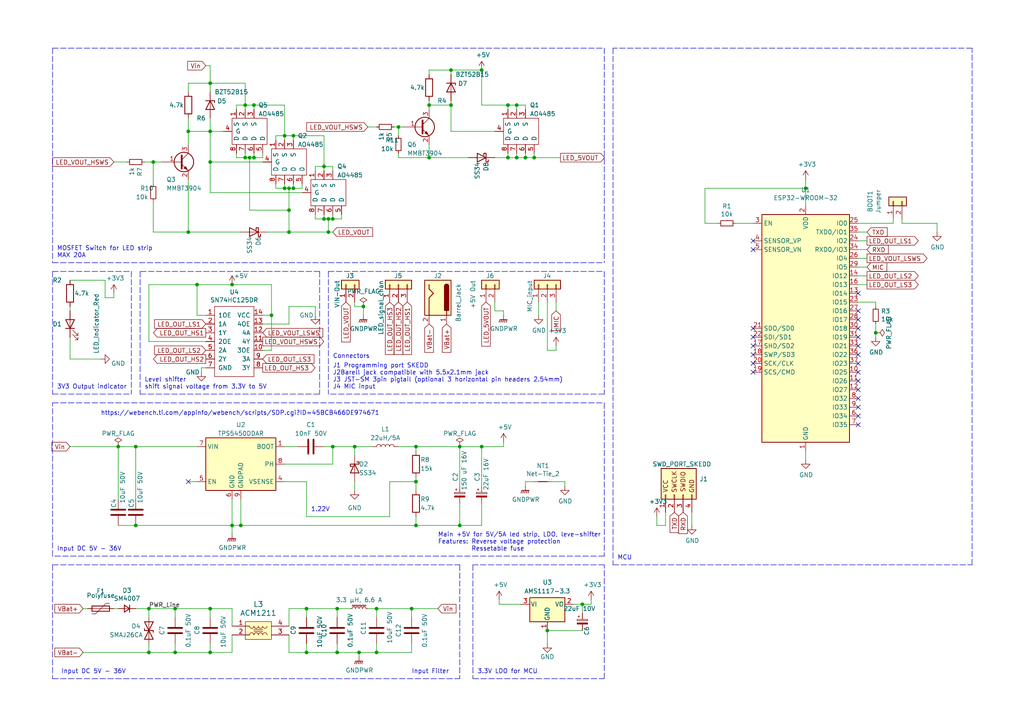
<source format=kicad_sch>
(kicad_sch (version 20211123) (generator eeschema)
  (paper "A4")
  (junction (at 147.32 45.72))
  (junction (at 149.86 30.48))
  (junction (at 50.8 189.23))
  (junction (at 43.18 189.23))
  (junction (at 60.96 189.23))
  (junction (at 73.66 45.72))
  (junction (at 130.81 30.48))
  (junction (at 60.96 38.1))
  (junction (at 72.39 45.72))
  (junction (at 57.15 82.55))
  (junction (at 119.38 176.53))
  (junction (at 120.65 139.7))
  (junction (at 139.7 129.54))
  (junction (at 105.41 88.9))
  (junction (at 67.31 82.55))
  (junction (at 54.61 38.1))
  (junction (at 82.55 39.37))
  (junction (at 88.9 176.53))
  (junction (at 83.82 54.61))
  (junction (at 50.8 176.53))
  (junction (at 83.82 60.96))
  (junction (at 154.94 45.72))
  (junction (at 115.57 36.83))
  (junction (at 73.66 30.48))
  (junction (at 109.22 176.53))
  (junction (at 97.79 176.53))
  (junction (at 96.52 129.54))
  (junction (at 85.09 39.37))
  (junction (at 233.68 54.61))
  (junction (at 60.96 46.99))
  (junction (at 147.32 30.48))
  (junction (at 78.74 91.44))
  (junction (at 60.96 24.13))
  (junction (at 104.14 189.23))
  (junction (at 71.12 30.48))
  (junction (at 93.98 63.5))
  (junction (at 120.65 129.54))
  (junction (at 133.35 152.4))
  (junction (at 139.7 20.32))
  (junction (at 34.29 129.54))
  (junction (at 168.91 175.26))
  (junction (at 254 96.52))
  (junction (at 85.09 54.61))
  (junction (at 133.35 129.54))
  (junction (at 95.25 67.31))
  (junction (at 54.61 67.31))
  (junction (at 43.18 176.53))
  (junction (at 158.75 182.88))
  (junction (at 60.96 176.53))
  (junction (at 124.46 45.72))
  (junction (at 149.86 45.72))
  (junction (at 93.98 48.26))
  (junction (at 120.65 152.4))
  (junction (at 88.9 189.23))
  (junction (at 82.55 54.61))
  (junction (at 44.45 46.99))
  (junction (at 95.25 63.5))
  (junction (at 96.52 63.5))
  (junction (at 152.4 45.72))
  (junction (at 109.22 189.23))
  (junction (at 69.85 152.4))
  (junction (at 124.46 30.48))
  (junction (at 97.79 189.23))
  (junction (at 130.81 20.32))
  (junction (at 71.12 45.72))
  (junction (at 102.87 129.54))
  (junction (at 39.37 152.4))
  (junction (at 83.82 67.31))
  (junction (at 67.31 152.4))
  (junction (at 39.37 129.54))
  (no_connect (at 248.92 85.09))
  (no_connect (at 218.44 107.95))
  (no_connect (at 248.92 102.87))
  (no_connect (at 248.92 115.57))
  (no_connect (at 248.92 90.17))
  (no_connect (at 248.92 110.49))
  (no_connect (at 248.92 105.41))
  (no_connect (at 248.92 107.95))
  (no_connect (at 218.44 105.41))
  (no_connect (at 54.61 139.7))
  (no_connect (at 218.44 102.87))
  (no_connect (at 248.92 97.79))
  (no_connect (at 218.44 95.25))
  (no_connect (at 248.92 113.03))
  (no_connect (at 248.92 118.11))
  (no_connect (at 218.44 97.79))
  (no_connect (at 218.44 100.33))
  (no_connect (at 248.92 120.65))
  (no_connect (at 248.92 100.33))
  (no_connect (at 248.92 95.25))
  (no_connect (at 248.92 123.19))
  (no_connect (at 218.44 69.85))
  (no_connect (at 218.44 72.39))
  (no_connect (at 248.92 92.71))
  (wire (pts (xy 76.2 46.99) (xy 60.96 46.99)))
  (wire (pts (xy 106.68 36.83) (xy 109.22 36.83)))
  (wire (pts (xy 39.37 176.53) (xy 43.18 176.53)))
  (wire (pts (xy 72.39 45.72) (xy 71.12 45.72)))
  (wire (pts (xy 29.21 104.14) (xy 20.32 104.14)))
  (wire (pts (xy 96.52 48.26) (xy 93.98 48.26)))
  (wire (pts (xy 60.96 186.69) (xy 60.96 189.23)))
  (wire (pts (xy 60.96 38.1) (xy 64.77 38.1)))
  (polyline (pts (xy 15.24 161.29) (xy 15.24 116.84)))
  (wire (pts (xy 208.28 64.77) (xy 204.47 64.77)))
  (wire (pts (xy 190.5 149.86) (xy 190.5 152.4)))
  (wire (pts (xy 78.74 101.6) (xy 78.74 91.44)))
  (wire (pts (xy 124.46 20.32) (xy 130.81 20.32)))
  (wire (pts (xy 44.45 53.34) (xy 44.45 46.99)))
  (wire (pts (xy 120.65 152.4) (xy 69.85 152.4)))
  (wire (pts (xy 124.46 29.21) (xy 124.46 30.48)))
  (wire (pts (xy 59.69 106.68) (xy 58.42 106.68)))
  (wire (pts (xy 99.06 63.5) (xy 96.52 63.5)))
  (wire (pts (xy 93.98 62.23) (xy 93.98 63.5)))
  (wire (pts (xy 271.78 64.77) (xy 271.78 67.31)))
  (wire (pts (xy 115.57 36.83) (xy 115.57 39.37)))
  (wire (pts (xy 54.61 139.7) (xy 57.15 139.7)))
  (wire (pts (xy 106.68 176.53) (xy 109.22 176.53)))
  (wire (pts (xy 82.55 54.61) (xy 82.55 53.34)))
  (wire (pts (xy 193.04 152.4) (xy 193.04 148.59)))
  (wire (pts (xy 109.22 179.07) (xy 109.22 176.53)))
  (polyline (pts (xy 137.16 163.83) (xy 137.16 196.85)))
  (wire (pts (xy 77.47 67.31) (xy 83.82 67.31)))
  (wire (pts (xy 83.82 88.9) (xy 91.44 88.9)))
  (wire (pts (xy 87.63 55.88) (xy 60.96 55.88)))
  (wire (pts (xy 33.02 176.53) (xy 34.29 176.53)))
  (wire (pts (xy 96.52 134.62) (xy 82.55 134.62)))
  (wire (pts (xy 120.65 138.43) (xy 120.65 139.7)))
  (wire (pts (xy 60.96 189.23) (xy 67.31 189.23)))
  (wire (pts (xy 20.32 129.54) (xy 34.29 129.54)))
  (wire (pts (xy 96.52 49.53) (xy 96.52 48.26)))
  (wire (pts (xy 160.02 139.7) (xy 163.83 139.7)))
  (wire (pts (xy 251.46 67.31) (xy 248.92 67.31)))
  (wire (pts (xy 97.79 176.53) (xy 88.9 176.53)))
  (wire (pts (xy 88.9 176.53) (xy 88.9 179.07)))
  (wire (pts (xy 133.35 152.4) (xy 120.65 152.4)))
  (wire (pts (xy 59.69 99.06) (xy 43.18 99.06)))
  (wire (pts (xy 166.37 175.26) (xy 168.91 175.26)))
  (wire (pts (xy 233.68 54.61) (xy 233.68 59.69)))
  (wire (pts (xy 97.79 176.53) (xy 101.6 176.53)))
  (wire (pts (xy 76.2 93.98) (xy 83.82 93.98)))
  (wire (pts (xy 115.57 129.54) (xy 120.65 129.54)))
  (wire (pts (xy 58.42 106.68) (xy 58.42 107.95)))
  (polyline (pts (xy 177.8 163.83) (xy 281.94 163.83)))
  (wire (pts (xy 44.45 67.31) (xy 54.61 67.31)))
  (wire (pts (xy 114.3 36.83) (xy 115.57 36.83)))
  (wire (pts (xy 115.57 44.45) (xy 115.57 45.72)))
  (wire (pts (xy 88.9 186.69) (xy 88.9 189.23)))
  (polyline (pts (xy 175.26 116.84) (xy 175.26 161.29)))
  (polyline (pts (xy 177.8 13.97) (xy 177.8 163.83)))
  (wire (pts (xy 152.4 44.45) (xy 152.4 45.72)))
  (wire (pts (xy 78.74 91.44) (xy 78.74 82.55)))
  (wire (pts (xy 72.39 45.72) (xy 72.39 60.96)))
  (wire (pts (xy 67.31 176.53) (xy 60.96 176.53)))
  (wire (pts (xy 57.15 91.44) (xy 59.69 91.44)))
  (wire (pts (xy 60.96 34.29) (xy 60.96 38.1)))
  (wire (pts (xy 50.8 176.53) (xy 60.96 176.53)))
  (wire (pts (xy 85.09 54.61) (xy 87.63 54.61)))
  (polyline (pts (xy 40.64 114.3) (xy 92.71 114.3)))
  (wire (pts (xy 83.82 181.61) (xy 83.82 176.53)))
  (wire (pts (xy 146.05 128.27) (xy 146.05 129.54)))
  (wire (pts (xy 71.12 44.45) (xy 71.12 45.72)))
  (wire (pts (xy 154.94 45.72) (xy 162.56 45.72)))
  (wire (pts (xy 34.29 129.54) (xy 34.29 144.78)))
  (wire (pts (xy 72.39 60.96) (xy 83.82 60.96)))
  (wire (pts (xy 54.61 24.13) (xy 60.96 24.13)))
  (polyline (pts (xy 15.24 78.74) (xy 38.1 78.74)))
  (polyline (pts (xy 175.26 163.83) (xy 137.16 163.83)))
  (wire (pts (xy 139.7 152.4) (xy 133.35 152.4)))
  (wire (pts (xy 124.46 30.48) (xy 124.46 31.75)))
  (wire (pts (xy 147.32 30.48) (xy 149.86 30.48)))
  (wire (pts (xy 80.01 54.61) (xy 82.55 54.61)))
  (wire (pts (xy 139.7 30.48) (xy 147.32 30.48)))
  (wire (pts (xy 60.96 46.99) (xy 60.96 55.88)))
  (wire (pts (xy 147.32 30.48) (xy 147.32 31.75)))
  (wire (pts (xy 33.02 86.36) (xy 33.02 85.09)))
  (wire (pts (xy 139.7 129.54) (xy 139.7 140.97)))
  (polyline (pts (xy 38.1 78.74) (xy 38.1 114.3)))
  (polyline (pts (xy 281.94 13.97) (xy 177.8 13.97)))
  (wire (pts (xy 102.87 129.54) (xy 96.52 129.54)))
  (wire (pts (xy 54.61 34.29) (xy 54.61 38.1)))
  (wire (pts (xy 68.58 45.72) (xy 68.58 44.45)))
  (wire (pts (xy 149.86 31.75) (xy 149.86 30.48)))
  (wire (pts (xy 91.44 88.9) (xy 91.44 91.44)))
  (wire (pts (xy 82.55 39.37) (xy 85.09 39.37)))
  (wire (pts (xy 67.31 144.78) (xy 67.31 152.4)))
  (wire (pts (xy 76.2 91.44) (xy 78.74 91.44)))
  (wire (pts (xy 73.66 30.48) (xy 82.55 30.48)))
  (wire (pts (xy 80.01 39.37) (xy 82.55 39.37)))
  (wire (pts (xy 119.38 189.23) (xy 109.22 189.23)))
  (wire (pts (xy 168.91 175.26) (xy 171.45 175.26)))
  (wire (pts (xy 143.51 45.72) (xy 147.32 45.72)))
  (wire (pts (xy 60.96 189.23) (xy 50.8 189.23)))
  (wire (pts (xy 119.38 186.69) (xy 119.38 189.23)))
  (wire (pts (xy 248.92 77.47) (xy 251.46 77.47)))
  (wire (pts (xy 34.29 152.4) (xy 39.37 152.4)))
  (wire (pts (xy 73.66 30.48) (xy 73.66 31.75)))
  (wire (pts (xy 60.96 24.13) (xy 71.12 24.13)))
  (wire (pts (xy 76.2 44.45) (xy 76.2 45.72)))
  (wire (pts (xy 39.37 129.54) (xy 57.15 129.54)))
  (wire (pts (xy 124.46 30.48) (xy 130.81 30.48)))
  (wire (pts (xy 261.62 63.5) (xy 261.62 64.77)))
  (wire (pts (xy 24.13 176.53) (xy 25.4 176.53)))
  (wire (pts (xy 83.82 60.96) (xy 83.82 67.31)))
  (wire (pts (xy 91.44 48.26) (xy 93.98 48.26)))
  (wire (pts (xy 133.35 129.54) (xy 133.35 140.97)))
  (wire (pts (xy 120.65 149.86) (xy 120.65 152.4)))
  (wire (pts (xy 120.65 129.54) (xy 133.35 129.54)))
  (wire (pts (xy 133.35 129.54) (xy 139.7 129.54)))
  (wire (pts (xy 248.92 87.63) (xy 254 87.63)))
  (polyline (pts (xy 175.26 13.97) (xy 175.26 76.2)))
  (wire (pts (xy 60.96 19.05) (xy 60.96 24.13)))
  (wire (pts (xy 248.92 82.55) (xy 251.46 82.55)))
  (wire (pts (xy 248.92 69.85) (xy 251.46 69.85)))
  (wire (pts (xy 59.69 19.05) (xy 60.96 19.05)))
  (wire (pts (xy 73.66 44.45) (xy 73.66 45.72)))
  (wire (pts (xy 102.87 88.9) (xy 105.41 88.9)))
  (wire (pts (xy 54.61 41.91) (xy 54.61 38.1)))
  (wire (pts (xy 50.8 189.23) (xy 43.18 189.23)))
  (wire (pts (xy 67.31 181.61) (xy 67.31 176.53)))
  (wire (pts (xy 95.25 63.5) (xy 93.98 63.5)))
  (wire (pts (xy 120.65 139.7) (xy 113.03 139.7)))
  (polyline (pts (xy 15.24 13.97) (xy 175.26 13.97)))
  (polyline (pts (xy 95.25 78.74) (xy 95.25 114.3)))
  (wire (pts (xy 60.96 179.07) (xy 60.96 176.53)))
  (wire (pts (xy 152.4 30.48) (xy 152.4 31.75)))
  (wire (pts (xy 67.31 82.55) (xy 57.15 82.55)))
  (wire (pts (xy 69.85 144.78) (xy 69.85 152.4)))
  (wire (pts (xy 113.03 139.7) (xy 113.03 149.86)))
  (wire (pts (xy 133.35 146.05) (xy 133.35 152.4)))
  (wire (pts (xy 71.12 30.48) (xy 73.66 30.48)))
  (wire (pts (xy 91.44 49.53) (xy 91.44 48.26)))
  (wire (pts (xy 119.38 176.53) (xy 119.38 179.07)))
  (wire (pts (xy 20.32 81.28) (xy 30.48 81.28)))
  (wire (pts (xy 233.68 54.61) (xy 233.68 52.07)))
  (wire (pts (xy 147.32 45.72) (xy 149.86 45.72)))
  (wire (pts (xy 113.03 149.86) (xy 88.9 149.86)))
  (wire (pts (xy 34.29 129.54) (xy 39.37 129.54)))
  (wire (pts (xy 68.58 30.48) (xy 71.12 30.48)))
  (polyline (pts (xy 137.16 196.85) (xy 175.26 196.85)))
  (wire (pts (xy 71.12 24.13) (xy 71.12 30.48)))
  (wire (pts (xy 97.79 179.07) (xy 97.79 176.53)))
  (wire (pts (xy 261.62 64.77) (xy 271.78 64.77)))
  (wire (pts (xy 85.09 39.37) (xy 85.09 40.64)))
  (wire (pts (xy 168.91 177.8) (xy 168.91 175.26)))
  (wire (pts (xy 152.4 139.7) (xy 152.4 140.97)))
  (wire (pts (xy 254 93.98) (xy 254 96.52)))
  (wire (pts (xy 143.51 90.17) (xy 146.05 90.17)))
  (wire (pts (xy 124.46 45.72) (xy 135.89 45.72)))
  (polyline (pts (xy 175.26 114.3) (xy 95.25 114.3)))
  (wire (pts (xy 24.13 189.23) (xy 43.18 189.23)))
  (polyline (pts (xy 15.24 78.74) (xy 15.24 114.3)))
  (wire (pts (xy 149.86 30.48) (xy 152.4 30.48)))
  (polyline (pts (xy 15.24 196.85) (xy 133.35 196.85)))
  (wire (pts (xy 104.14 189.23) (xy 109.22 189.23)))
  (wire (pts (xy 115.57 36.83) (xy 116.84 36.83)))
  (wire (pts (xy 69.85 152.4) (xy 67.31 152.4)))
  (wire (pts (xy 120.65 139.7) (xy 120.65 142.24)))
  (wire (pts (xy 20.32 88.9) (xy 20.32 90.17)))
  (wire (pts (xy 102.87 129.54) (xy 102.87 132.08)))
  (wire (pts (xy 83.82 189.23) (xy 83.82 184.15)))
  (wire (pts (xy 88.9 189.23) (xy 97.79 189.23)))
  (wire (pts (xy 156.21 87.63) (xy 156.21 91.44)))
  (wire (pts (xy 251.46 72.39) (xy 248.92 72.39)))
  (wire (pts (xy 54.61 67.31) (xy 69.85 67.31)))
  (wire (pts (xy 251.46 74.93) (xy 248.92 74.93)))
  (wire (pts (xy 85.09 54.61) (xy 85.09 53.34)))
  (wire (pts (xy 39.37 152.4) (xy 67.31 152.4)))
  (wire (pts (xy 127 176.53) (xy 119.38 176.53)))
  (wire (pts (xy 91.44 63.5) (xy 91.44 62.23)))
  (wire (pts (xy 43.18 176.53) (xy 43.18 179.07)))
  (wire (pts (xy 71.12 45.72) (xy 68.58 45.72)))
  (wire (pts (xy 149.86 44.45) (xy 149.86 45.72)))
  (wire (pts (xy 44.45 46.99) (xy 46.99 46.99)))
  (wire (pts (xy 158.75 182.88) (xy 168.91 182.88)))
  (wire (pts (xy 80.01 53.34) (xy 80.01 54.61)))
  (wire (pts (xy 120.65 129.54) (xy 120.65 130.81)))
  (wire (pts (xy 139.7 129.54) (xy 146.05 129.54)))
  (polyline (pts (xy 133.35 163.83) (xy 133.35 196.85)))
  (wire (pts (xy 190.5 152.4) (xy 193.04 152.4)))
  (wire (pts (xy 152.4 45.72) (xy 154.94 45.72)))
  (wire (pts (xy 83.82 60.96) (xy 83.82 54.61)))
  (wire (pts (xy 95.25 67.31) (xy 96.52 67.31)))
  (wire (pts (xy 80.01 40.64) (xy 80.01 39.37)))
  (wire (pts (xy 204.47 64.77) (xy 204.47 54.61)))
  (wire (pts (xy 104.14 190.5) (xy 104.14 189.23)))
  (wire (pts (xy 124.46 41.91) (xy 124.46 45.72)))
  (wire (pts (xy 96.52 62.23) (xy 96.52 63.5)))
  (wire (pts (xy 54.61 38.1) (xy 60.96 38.1)))
  (wire (pts (xy 102.87 142.24) (xy 102.87 139.7)))
  (wire (pts (xy 161.29 90.17) (xy 161.29 87.63)))
  (wire (pts (xy 93.98 63.5) (xy 91.44 63.5)))
  (wire (pts (xy 144.78 173.99) (xy 144.78 175.26)))
  (wire (pts (xy 171.45 173.99) (xy 171.45 175.26)))
  (wire (pts (xy 93.98 48.26) (xy 93.98 49.53)))
  (wire (pts (xy 254 87.63) (xy 254 88.9)))
  (wire (pts (xy 83.82 54.61) (xy 85.09 54.61)))
  (wire (pts (xy 204.47 54.61) (xy 233.68 54.61)))
  (wire (pts (xy 93.98 39.37) (xy 93.98 48.26)))
  (wire (pts (xy 88.9 189.23) (xy 83.82 189.23)))
  (wire (pts (xy 124.46 21.59) (xy 124.46 20.32)))
  (wire (pts (xy 130.81 30.48) (xy 130.81 38.1)))
  (polyline (pts (xy 92.71 78.74) (xy 40.64 78.74)))
  (wire (pts (xy 43.18 189.23) (xy 43.18 186.69)))
  (wire (pts (xy 50.8 189.23) (xy 50.8 186.69)))
  (wire (pts (xy 50.8 179.07) (xy 50.8 176.53)))
  (wire (pts (xy 109.22 176.53) (xy 119.38 176.53)))
  (polyline (pts (xy 15.24 114.3) (xy 38.1 114.3)))
  (wire (pts (xy 130.81 20.32) (xy 130.81 21.59)))
  (wire (pts (xy 67.31 189.23) (xy 67.31 184.15)))
  (wire (pts (xy 54.61 24.13) (xy 54.61 26.67)))
  (wire (pts (xy 248.92 80.01) (xy 251.46 80.01)))
  (wire (pts (xy 146.05 90.17) (xy 146.05 91.44)))
  (wire (pts (xy 143.51 87.63) (xy 143.51 90.17)))
  (wire (pts (xy 68.58 31.75) (xy 68.58 30.48)))
  (wire (pts (xy 149.86 45.72) (xy 152.4 45.72)))
  (wire (pts (xy 71.12 30.48) (xy 71.12 31.75)))
  (wire (pts (xy 130.81 30.48) (xy 130.81 29.21)))
  (wire (pts (xy 67.31 154.94) (xy 67.31 152.4)))
  (wire (pts (xy 97.79 186.69) (xy 97.79 189.23)))
  (wire (pts (xy 30.48 86.36) (xy 33.02 86.36)))
  (polyline (pts (xy 175.26 78.74) (xy 175.26 114.3)))
  (wire (pts (xy 97.79 189.23) (xy 104.14 189.23)))
  (wire (pts (xy 43.18 82.55) (xy 57.15 82.55)))
  (wire (pts (xy 233.68 130.81) (xy 233.68 133.35)))
  (wire (pts (xy 20.32 97.79) (xy 20.32 104.14)))
  (wire (pts (xy 82.55 30.48) (xy 82.55 39.37)))
  (wire (pts (xy 43.18 176.53) (xy 50.8 176.53)))
  (wire (pts (xy 105.41 88.9) (xy 105.41 91.44)))
  (polyline (pts (xy 15.24 163.83) (xy 15.24 196.85)))
  (wire (pts (xy 88.9 149.86) (xy 88.9 139.7)))
  (wire (pts (xy 158.75 186.69) (xy 158.75 182.88)))
  (polyline (pts (xy 95.25 78.74) (xy 175.26 78.74)))
  (wire (pts (xy 139.7 146.05) (xy 139.7 152.4)))
  (polyline (pts (xy 15.24 76.2) (xy 175.26 76.2)))
  (wire (pts (xy 154.94 44.45) (xy 154.94 45.72)))
  (wire (pts (xy 163.83 139.7) (xy 163.83 140.97)))
  (polyline (pts (xy 175.26 196.85) (xy 175.26 163.83)))
  (wire (pts (xy 158.75 101.6) (xy 161.29 101.6)))
  (polyline (pts (xy 40.64 78.74) (xy 40.64 114.3)))
  (wire (pts (xy 88.9 139.7) (xy 82.55 139.7)))
  (wire (pts (xy 43.18 99.06) (xy 43.18 82.55)))
  (wire (pts (xy 213.36 64.77) (xy 218.44 64.77)))
  (wire (pts (xy 200.66 148.59) (xy 200.66 152.4)))
  (wire (pts (xy 161.29 101.6) (xy 161.29 100.33)))
  (wire (pts (xy 57.15 82.55) (xy 57.15 91.44)))
  (polyline (pts (xy 92.71 78.74) (xy 92.71 114.3)))
  (wire (pts (xy 259.08 64.77) (xy 259.08 63.5)))
  (polyline (pts (xy 15.24 13.97) (xy 15.24 76.2)))
  (wire (pts (xy 93.98 129.54) (xy 96.52 129.54)))
  (wire (pts (xy 99.06 62.23) (xy 99.06 63.5)))
  (wire (pts (xy 73.66 45.72) (xy 72.39 45.72)))
  (wire (pts (xy 109.22 186.69) (xy 109.22 189.23)))
  (wire (pts (xy 87.63 54.61) (xy 87.63 53.34)))
  (wire (pts (xy 147.32 44.45) (xy 147.32 45.72)))
  (wire (pts (xy 154.94 139.7) (xy 152.4 139.7)))
  (wire (pts (xy 60.96 26.67) (xy 60.96 24.13)))
  (wire (pts (xy 82.55 54.61) (xy 83.82 54.61)))
  (wire (pts (xy 96.52 129.54) (xy 96.52 134.62)))
  (wire (pts (xy 130.81 38.1) (xy 143.51 38.1)))
  (wire (pts (xy 54.61 52.07) (xy 54.61 67.31)))
  (wire (pts (xy 115.57 45.72) (xy 124.46 45.72)))
  (wire (pts (xy 144.78 175.26) (xy 151.13 175.26)))
  (wire (pts (xy 130.81 20.32) (xy 139.7 20.32)))
  (wire (pts (xy 139.7 20.32) (xy 139.7 30.48)))
  (wire (pts (xy 78.74 82.55) (xy 67.31 82.55)))
  (wire (pts (xy 83.82 67.31) (xy 95.25 67.31)))
  (wire (pts (xy 158.75 87.63) (xy 158.75 101.6)))
  (wire (pts (xy 107.95 129.54) (xy 102.87 129.54)))
  (polyline (pts (xy 281.94 163.83) (xy 281.94 13.97)))
  (wire (pts (xy 95.25 67.31) (xy 95.25 63.5)))
  (polyline (pts (xy 175.26 161.29) (xy 15.24 161.29)))
  (wire (pts (xy 86.36 129.54) (xy 82.55 129.54)))
  (wire (pts (xy 76.2 45.72) (xy 73.66 45.72)))
  (wire (pts (xy 254 96.52) (xy 254 97.79)))
  (wire (pts (xy 83.82 93.98) (xy 83.82 88.9)))
  (wire (pts (xy 96.52 63.5) (xy 95.25 63.5)))
  (wire (pts (xy 44.45 58.42) (xy 44.45 67.31)))
  (wire (pts (xy 41.91 46.99) (xy 44.45 46.99)))
  (wire (pts (xy 39.37 144.78) (xy 39.37 129.54)))
  (wire (pts (xy 76.2 101.6) (xy 78.74 101.6)))
  (wire (pts (xy 82.55 39.37) (xy 82.55 40.64)))
  (wire (pts (xy 248.92 64.77) (xy 259.08 64.77)))
  (polyline (pts (xy 15.24 163.83) (xy 133.35 163.83)))
  (polyline (pts (xy 15.24 116.84) (xy 175.26 116.84)))
  (wire (pts (xy 60.96 38.1) (xy 60.96 46.99)))
  (wire (pts (xy 33.02 46.99) (xy 36.83 46.99)))
  (wire (pts (xy 85.09 39.37) (xy 93.98 39.37)))
  (wire (pts (xy 30.48 81.28) (xy 30.48 86.36)))
  (wire (pts (xy 83.82 176.53) (xy 88.9 176.53)))
  (wire (pts (xy 102.87 87.63) (xy 102.87 88.9)))
  (text "Main +5V for 5V/5A led strip, LDO, leve-shifter\nFeatures: Reverse voltage protection\n          Ressetable fuse\n" (at 127 160.02 0) (effects (font (size 1.27 1.27)) (justify left bottom)))
  (text "Level shifter\nshift signal voltage from 3.3V to 5V" (at 41.91 113.03 0) (effects (font (size 1.27 1.27)) (justify left bottom)))
  (text "Input Filter" (at 119.38 195.58 0) (effects (font (size 1.27 1.27)) (justify left bottom)))
  (text "3V3 Output indicator" (at 16.51 113.03 0) (effects (font (size 1.27 1.27)) (justify left bottom)))
  (text "J1 Programming port SKEDD\nJ2Barell jack compatible with 5.5x2.1mm jack\nJ3 JST-SM 3pin pigtail (optional 3 horizontal pin headers 2.54mm)\nJ4 MIC input" (at 96.52 113.03 0) (effects (font (size 1.27 1.27)) (justify left bottom)))
  (text "1.22V" (at 90.17 148.59 0) (effects (font (size 1.27 1.27)) (justify left bottom)))
  (text "MOSFET Switch for LED strip\nMAX 20A" (at 16.51 74.93 0) (effects (font (size 1.27 1.27)) (justify left bottom)))
  (text "Input DC 5V - 36V" (at 17.78 195.58 0) (effects (font (size 1.27 1.27)) (justify left bottom)))
  (text "Connectors" (at 96.52 104.14 0) (effects (font (size 1.27 1.27)) (justify left bottom)))
  (text "3.3V LDO for MCU" (at 138.43 195.58 0) (effects (font (size 1.27 1.27)) (justify left bottom)))
  (text "MCU" (at 179.07 162.56 0) (effects (font (size 1.27 1.27)) (justify left bottom)))
  (text "https://webench.ti.com/appinfo/webench/scripts/SDP.cgi?ID=45BCB466DE974671" (at 29.21 120.65 0) (effects (font (size 1.27 1.27)) (justify left bottom)))
  (text "Input DC 5V - 36V" (at 16.51 160.02 0) (effects (font (size 1.27 1.27)) (justify left bottom)))
  (label "PWR_Line" (at 43.18 176.53 0))
  (global_label "LED_OUT_LS2" (shape output) (at 251.46 80.01 0) (property "Intersheet References" "${INTERSHEET_REFS}" (effects hide)))
  (global_label "MIC" (shape input) (at 161.29 90.17 270) (property "Intersheet References" "${INTERSHEET_REFS}" (effects hide)))
  (global_label "MIC" (shape input) (at 251.46 77.47 0) (property "Intersheet References" "${INTERSHEET_REFS}" (effects hide)))
  (global_label "LED_VOUT_HSWS" (shape input) (at 106.68 36.83 180) (property "Intersheet References" "${INTERSHEET_REFS}" (effects hide)))
  (global_label "LED_VOUT" (shape input) (at 96.52 67.31 0) (property "Intersheet References" "${INTERSHEET_REFS}" (effects hide)))
  (global_label "LED_OUT_LS1" (shape output) (at 251.46 69.85 0) (property "Intersheet References" "${INTERSHEET_REFS}" (effects hide)))
  (global_label "LED_VOUT_LSWS" (shape output) (at 251.46 74.93 0) (property "Intersheet References" "${INTERSHEET_REFS}" (effects hide)))
  (global_label "Vin" (shape input) (at 59.69 19.05 180) (property "Intersheet References" "${INTERSHEET_REFS}" (effects hide)))
  (global_label "VBat+" (shape input) (at 129.54 93.98 270) (property "Intersheet References" "${INTERSHEET_REFS}" (effects hide)))
  (global_label "LED_OUT_HS1" (shape output) (at 59.69 96.52 180) (property "Intersheet References" "${INTERSHEET_REFS}" (effects hide)))
  (global_label "LED_OUT_HS1" (shape input) (at 118.11 87.63 270) (property "Intersheet References" "${INTERSHEET_REFS}" (effects hide)))
  (global_label "LED_VOUT_HSWS" (shape output) (at 76.2 99.06 0) (property "Intersheet References" "${INTERSHEET_REFS}" (effects hide)))
  (global_label "TXD" (shape input) (at 195.58 148.59 270) (property "Intersheet References" "${INTERSHEET_REFS}" (effects hide)))
  (global_label "LED_OUT_LS1" (shape input) (at 59.69 93.98 180) (property "Intersheet References" "${INTERSHEET_REFS}" (effects hide)))
  (global_label "LED_5VOUT" (shape input) (at 140.97 87.63 270) (property "Intersheet References" "${INTERSHEET_REFS}" (effects hide)))
  (global_label "LED_OUT_LS3" (shape input) (at 76.2 104.14 0) (property "Intersheet References" "${INTERSHEET_REFS}" (effects hide)))
  (global_label "LED_OUT_LS3" (shape output) (at 251.46 82.55 0) (property "Intersheet References" "${INTERSHEET_REFS}" (effects hide)))
  (global_label "LED_OUT_HS2" (shape output) (at 59.69 104.14 180) (property "Intersheet References" "${INTERSHEET_REFS}" (effects hide)))
  (global_label "VBat-" (shape input) (at 24.13 189.23 180) (property "Intersheet References" "${INTERSHEET_REFS}" (effects hide)))
  (global_label "LED_VOUT" (shape input) (at 100.33 87.63 270) (property "Intersheet References" "${INTERSHEET_REFS}" (effects hide)))
  (global_label "LED_VOUT_LSWS" (shape input) (at 76.2 96.52 0) (property "Intersheet References" "${INTERSHEET_REFS}" (effects hide)))
  (global_label "LED_5VOUT" (shape output) (at 162.56 45.72 0) (property "Intersheet References" "${INTERSHEET_REFS}" (effects hide)))
  (global_label "RXD" (shape input) (at 198.12 148.59 270) (property "Intersheet References" "${INTERSHEET_REFS}" (effects hide)))
  (global_label "LED_VOUT_HSWS" (shape input) (at 33.02 46.99 180) (property "Intersheet References" "${INTERSHEET_REFS}" (effects hide)))
  (global_label "TXD" (shape input) (at 251.46 67.31 0) (property "Intersheet References" "${INTERSHEET_REFS}" (effects hide)))
  (global_label "VBat+" (shape input) (at 24.13 176.53 180) (property "Intersheet References" "${INTERSHEET_REFS}" (effects hide)))
  (global_label "LED_OUT_HS2" (shape input) (at 115.57 87.63 270) (property "Intersheet References" "${INTERSHEET_REFS}" (effects hide)))
  (global_label "LED_OUT_HS3" (shape input) (at 113.03 87.63 270) (property "Intersheet References" "${INTERSHEET_REFS}" (effects hide)))
  (global_label "LED_OUT_LS2" (shape input) (at 59.69 101.6 180) (property "Intersheet References" "${INTERSHEET_REFS}" (effects hide)))
  (global_label "LED_OUT_HS3" (shape output) (at 76.2 106.68 0) (property "Intersheet References" "${INTERSHEET_REFS}" (effects hide)))
  (global_label "Vin" (shape input) (at 127 176.53 0) (property "Intersheet References" "${INTERSHEET_REFS}" (effects hide)))
  (global_label "Vin" (shape input) (at 20.32 129.54 180) (property "Intersheet References" "${INTERSHEET_REFS}" (effects hide)))
  (global_label "RXD" (shape input) (at 251.46 72.39 0) (property "Intersheet References" "${INTERSHEET_REFS}" (effects hide)))
  (global_label "VBat-" (shape input) (at 124.46 93.98 270) (property "Intersheet References" "${INTERSHEET_REFS}" (effects hide)))
  (symbol (lib_id "Device:R_Small") (at 210.82 64.77 90) (unit 1)
    (property "Reference" "R1" (at 210.82 59.7916 90))
    (property "Value" "10k" (at 210.82 62.103 90))
    (property "Footprint" "Resistor_SMD:R_0805_2012Metric" (effects hide))
    (property "Datasheet" "https://datasheet.lcsc.com/lcsc/2206010216_UNI-ROYAL-Uniroyal-Elec-0805W8F1002T5E_C17414.pdf" (effects hide))
    (property "JLCSMT" "C17414" (effects hide))
    (property "JLCSMT_PKG" "0805" (effects hide))
    (property "JLCSMT_Part" "0805W8F1002T5E" (effects hide))
    (property "MANUFACTURER" "UNI-ROYAL(Uniroyal Elec)" (effects hide))
    (property "MFR" "UNI-ROYAL(Uniroyal Elec)" (effects hide))
    (property "MPN" "0805W8F1002T5E" (effects hide))
    (property "Description" "[Basic] 1/8W Thick Film Resistors 150V ±1% ±100ppm/℃ -55℃~+155℃ 10kΩ 0805  Chip Resistor - Surface Mount ROHS" (effects hide))
  )
  (symbol (lib_id "Device:R_Small") (at 254 91.44 0) (unit 1)
    (property "Reference" "R3" (at 255.4986 90.2716 0) (effects (justify left)))
    (property "Value" "10k" (at 255.4986 92.583 0) (effects (justify left)))
    (property "Footprint" "Resistor_SMD:R_0805_2012Metric" (effects hide))
    (property "Datasheet" "https://datasheet.lcsc.com/lcsc/2206010216_UNI-ROYAL-Uniroyal-Elec-0805W8F1002T5E_C17414.pdf" (effects hide))
    (property "JLCSMT" "C17414" (effects hide))
    (property "JLCSMT_PKG" "0805" (effects hide))
    (property "JLCSMT_Part" "0805W8F1002T5E" (effects hide))
    (property "MANUFACTURER" "UNI-ROYAL(Uniroyal Elec)" (effects hide))
    (property "MFR" "UNI-ROYAL(Uniroyal Elec)" (effects hide))
    (property "MPN" "0805W8F1002T5E" (effects hide))
    (property "Description" "[Basic] 1/8W Thick Film Resistors 150V ±1% ±100ppm/℃ -55℃~+155℃ 10kΩ 0805  Chip Resistor - Surface Mount ROHS" (effects hide))
  )
  (symbol (lib_id "LED_Wled:SWD_PORT_SKEDD") (at 195.58 143.51 90) (unit 1)
    (property "Reference" "J1" (at 202.8952 138.938 90) (effects (justify right)))
    (property "Value" "SWD_PORT_SKEDD" (at 189.23 134.62 90) (effects (justify right)))
    (property "Footprint" "LED_Wled:WR_WST_REDFIT_IDC_4Pin" (effects hide))
    (property "Datasheet" "https://www.we-online.com/catalog/datasheet/490107670412.pdf" (effects hide))
    (property "MFR" "WURTH ELEKTRONIK" (effects hide))
  )
  (symbol (lib_id "power:+3V3") (at 233.68 52.07 0) (unit 1)
    (property "Reference" "#PWR04" (effects hide))
    (property "Value" "+3V3" (at 234.061 47.6758 0))
  )
  (symbol (lib_id "power:GND") (at 254 97.79 0) (unit 1)
    (property "Reference" "#PWR06" (effects hide))
    (property "Value" "GND" (at 254.127 102.1842 0))
  )
  (symbol (lib_id "power:+3V3") (at 190.5 149.86 0) (unit 1)
    (property "Reference" "#PWR01" (effects hide))
    (property "Value" "+3V3" (at 190.881 145.4658 0))
  )
  (symbol (lib_id "power:GND") (at 200.66 152.4 0) (unit 1)
    (property "Reference" "#PWR03" (effects hide))
    (property "Value" "GND" (at 200.787 156.7942 0))
  )
  (symbol (lib_id "Connector_Generic:Conn_01x02") (at 259.08 58.42 90) (unit 1)
    (property "Reference" "BOOT1" (at 252.3744 58.42 0))
    (property "Value" "Jumper" (at 254.6858 58.42 0))
    (property "Footprint" "Connector_PinHeader_1.27mm:PinHeader_1x02_P1.27mm_Vertical" (effects hide))
    (property "MFR" "-" (effects hide))
  )
  (symbol (lib_id "power:GND") (at 271.78 67.31 0) (unit 1)
    (property "Reference" "#PWR02" (effects hide))
    (property "Value" "GND" (at 271.907 71.7042 0))
  )
  (symbol (lib_id "power:GNDPWR") (at 105.41 91.44 0) (unit 1)
    (property "Reference" "#PWR08" (effects hide))
    (property "Value" "GNDPWR" (at 105.5116 95.3516 0))
  )
  (symbol (lib_id "Device:NetTie_2") (at 157.48 139.7 0) (unit 1) (in_bom no)
    (property "Reference" "NT1" (at 157.48 135.1026 0))
    (property "Value" "Net-Tie_2" (at 157.48 137.414 0))
    (property "Footprint" "NetTie:NetTie-2_SMD_Pad2.0mm" (effects hide))
  )
  (symbol (lib_id "power:GNDPWR") (at 152.4 140.97 0) (unit 1)
    (property "Reference" "#PWR09" (effects hide))
    (property "Value" "GNDPWR" (at 152.5016 144.8816 0))
  )
  (symbol (lib_id "power:GND") (at 163.83 140.97 0) (unit 1)
    (property "Reference" "#PWR010" (effects hide))
    (property "Value" "GND" (at 163.957 145.3642 0))
  )
  (symbol (lib_id "Connector:Barrel_Jack") (at 127 86.36 270) (unit 1)
    (property "Reference" "J2" (at 127 80.01 90))
    (property "Value" "Barrel_Jack" (at 132.9436 87.8078 0))
    (property "Footprint" "Connector_BarrelJack:BarrelJack_Horizontal" (effects hide))
    (property "Datasheet" "https://datasheet.lcsc.com/lcsc/2108131730_Korean-Hroparts-Elec-DC-005-20A_C136744.pdf" (effects hide))
    (property "JLCSMT" "C136744" (effects hide))
    (property "JLCSMT_PKG" "DC-005-20A" (effects hide))
    (property "JLCSMT_Part" "DC-005-20A" (effects hide))
    (property "MANUFACTURER" "Korean Hroparts Elec" (effects hide))
    (property "Description" "[Extended] 2mm 6.4mm 500mA 30V Plugin  AC/DC Power Connectors ROHS" (effects hide))
    (property "MPN" "DC-005-20A" (effects hide))
    (property "MFR" "Korean Hroparts Elec" (effects hide))
  )
  (symbol (lib_id "Connector_Generic:Conn_01x03") (at 158.75 82.55 90) (unit 1)
    (property "Reference" "J4" (at 157.48 80.01 90) (effects (justify right)))
    (property "Value" "MIC_input" (at 153.67 81.28 0) (effects (justify right)))
    (property "Footprint" "Connector_PinHeader_2.54mm:PinHeader_1x03_P2.54mm_Horizontal" (effects hide))
    (property "Datasheet" "https://www.cjt.com/Upload/A2541.pdf" (effects hide))
    (property "JLCSMT" "C225489" (effects hide))
    (property "JLCSMT_PKG" "HDR-TH_3P-P2.54-H-W10.0" (effects hide))
    (property "JLCSMT_Part" "A2541WR-3P" (effects hide))
    (property "MANUFACTURER" "A2541WR-3P" (effects hide))
    (property "Description" "[Extended] Shrouded Square Pins 2.54mm 6mm -40℃~+105℃ 1 3 2.54mm Black Brass 1x3P Plugin,P=2.54mm  Pin Headers ROHS" (effects hide))
    (property "MPN" "A2541WR-3P" (effects hide))
    (property "MFR" "CJT(Changjiang Connectors)" (effects hide))
  )
  (symbol (lib_id "Connector_Generic:Conn_01x02") (at 100.33 82.55 90) (unit 1)
    (property "Reference" "J3" (at 100.33 80.01 90) (effects (justify right)))
    (property "Value" "VIN-Out" (at 97.79 81.28 0) (effects (justify right)))
    (property "Footprint" "Connector_PinHeader_2.54mm:PinHeader_1x02_P2.54mm_Horizontal" (effects hide))
    (property "Datasheet" "https://datasheet.lcsc.com/lcsc/2003191006_XFCN-PZ254R-11-02P_C492410.pdf" (effects hide))
    (property "JLCSMT" "C492410" (effects hide))
    (property "JLCSMT_PKG" "HDR-TH_2P-P2.54-H-M-W10.4" (effects hide))
    (property "JLCSMT_Part" "A2541WR-3P" (effects hide))
    (property "MANUFACTURER" "A2541WR-3P" (effects hide))
    (property "Description" "[Extended] Shrouded Square Pins 2.5mm 6mm -40℃~+105℃ 1 2 2.54mm Black Brass 1x2P Plugin,P=2.54mm  Pin Headers ROHS" (effects hide))
    (property "MPN" "PZ254R-11-02P" (effects hide))
    (property "MFR" "XFCN" (effects hide))
  )
  (symbol (lib_id "Regulator_Switching:TPS5430DDA") (at 69.85 134.62 0) (unit 1)
    (property "Reference" "U2" (at 69.85 123.19 0))
    (property "Value" "TPS5450DDAR" (at 69.85 125.73 0))
    (property "Footprint" "Package_SO:TI_SO-PowerPAD-8" (effects hide))
    (property "Datasheet" "http://www.ti.com/cn/lit/gpn/tps5450" (effects hide))
    (property "MPN" "TPS5450DDAR" (effects hide))
    (property "MFR" "Texas Instruments" (effects hide))
    (property "Description" "[Extended] Step-down type SOP-8EP_150mil  DC-DC Converters ROHS" (effects hide))
    (property "JLCSMT" "C114425" (effects hide))
    (property "JLCSMT_PKG" "SOP-8_EP_3.9x4.9x1.27P" (effects hide))
    (property "JLCPCB_CORRECTION" "0;0;-90" (effects hide))
  )
  (symbol (lib_id "Device:C") (at 90.17 129.54 270) (unit 1)
    (property "Reference" "C1" (at 90.17 123.19 90))
    (property "Value" "10nF 50V" (at 90.17 125.73 90))
    (property "Footprint" "Capacitor_SMD:C_0603_1608Metric" (effects hide))
    (property "Datasheet" "https://datasheet.lcsc.com/lcsc/2102081402_FH-Guangdong-Fenghua-Advanced-Tech-0603B103K500NT_C57112.pdf" (effects hide))
    (property "MPN" "0603B103K500NT" (effects hide))
    (property "MFR" "FH(Guangdong Fenghua Advanced Tech)" (effects hide))
    (property "Description" "[Basic] 50V 10nF X7R ±10% 0603  Multilayer Ceramic Capacitors MLCC - SMD/SMT ROHS" (effects hide))
    (property "JLCSMT_PKG" "0603" (effects hide))
    (property "JLCSMT" "C57112" (effects hide))
  )
  (symbol (lib_id "Device:L") (at 111.76 129.54 90) (unit 1)
    (property "Reference" "L1" (at 111.76 124.46 90))
    (property "Value" "22uH/5A" (at 111.76 127 90))
    (property "Footprint" "Inductor_SMD:L_Wuerth_WE-PD2-Typ-L" (effects hide))
    (property "Datasheet" "https://datasheet.lcsc.com/lcsc/2001152207_cjiang-Changjiang-Microelectronics-Tech-FXL1040-220-M_C475917.pdf" (effects hide))
    (property "MFR" "cjiang(Changjiang Microelectronics Tech)" (effects hide))
    (property "MPN" "FXL1040-220-M" (effects hide))
    (property "Description" "[Extended] 5A 22uH ±20% 58mΩ SMD  Power Inductors ROHS" (effects hide))
    (property "JLCSMT" "C475917" (effects hide))
    (property "JLCSMT_PKG" "SMD" (effects hide))
  )
  (symbol (lib_id "power:GND") (at 102.87 142.24 0) (unit 1)
    (property "Reference" "#PWR0105" (effects hide))
    (property "Value" "GND" (at 102.87 147.32 0))
  )
  (symbol (lib_id "Device:D_Schottky") (at 102.87 135.89 270) (unit 1)
    (property "Reference" "D2" (at 104.14 134.62 90) (effects (justify left)))
    (property "Value" "SS34" (at 104.14 137.16 90) (effects (justify left)))
    (property "Footprint" "Diode_SMD:D_SMA" (effects hide))
    (property "Datasheet" "https://datasheet.lcsc.com/lcsc/2204121115_MDD-Microdiode-Electronics--SS34_C8678.pdf" (effects hide))
    (property "MPN" "SS34" (effects hide))
    (property "MFR" "MDD（Microdiode Electronics）" (effects hide))
    (property "Description" "[Basic] 0.5mA@40V 40V Single 3A 0.55V@3A SMA(DO-214AC)  Schottky Barrier Diodes (SBD) ROHS" (effects hide))
    (property "Analog_A" "2822566" (effects hide))
    (property "JLCSMT" "C8678" (effects hide))
    (property "JLCSMT_PKG" "SMA,DO-214AC" (effects hide))
    (property "JLCSMT_Part" "SS34" (effects hide))
    (property "MANUFACTURER" "MDD（Microdiode Electronics）" (effects hide))
    (property "JLCPCB_CORRECTION" "0;0;-180" (effects hide))
  )
  (symbol (lib_id "power:PWR_FLAG") (at 133.35 129.54 0) (unit 1)
    (property "Reference" "#FLG0101" (effects hide))
    (property "Value" "PWR_FLAG" (at 133.35 125.73 0))
  )
  (symbol (lib_id "power:PWR_FLAG") (at 34.29 129.54 0) (unit 1)
    (property "Reference" "#FLG0102" (effects hide))
    (property "Value" "PWR_FLAG" (at 34.29 125.73 0))
  )
  (symbol (lib_id "Device:C") (at 39.37 148.59 180) (unit 1)
    (property "Reference" "C5" (at 38.1 147.32 90) (effects (justify right)))
    (property "Value" "10uF 50V" (at 40.64 146.05 90) (effects (justify right)))
    (property "Footprint" "Capacitor_SMD:C_1206_3216Metric" (effects hide))
    (property "Datasheet" "https://datasheet.lcsc.com/lcsc/1810221112_Samsung-Electro-Mechanics-CL31A106KBHNNNE_C13585.pdf" (effects hide))
    (property "MPN" "CL31A106KBHNNNE" (effects hide))
    (property "MFR" "Samsung Electro-Mechanics" (effects hide))
    (property "Description" "[Basic] 50V 10uF X5R ±10% 1206  Multilayer Ceramic Capacitors MLCC - SMD/SMT ROHS" (effects hide))
    (property "JLCSMT" "C13585" (effects hide))
    (property "JLCSMT_PKG" "1206" (effects hide))
  )
  (symbol (lib_id "power:GND") (at 29.21 104.14 90) (unit 1)
    (property "Reference" "#PWR0106" (effects hide))
    (property "Value" "GND" (at 34.29 105.41 90))
  )
  (symbol (lib_id "Device:LED") (at 20.32 93.98 90) (unit 1)
    (property "Reference" "D1" (at 15.24 93.98 90) (effects (justify right)))
    (property "Value" "LED_Indicator_Red" (at 27.94 85.09 0) (effects (justify right)))
    (property "Footprint" "LED_SMD:LED_0805_2012Metric" (effects hide))
    (property "Datasheet" "https://datasheet.lcsc.com/lcsc/2008201032_Foshan-NationStar-Optoelectronics-NCD0805R1_C84256.pdf" (effects hide))
    (property "MPN" "NCD0805R1" (effects hide))
    (property "MFR" "Foshan NationStar Optoelectronics" (effects hide))
    (property "Description" "[Basic] Red 0805  Light Emitting Diodes (LED) ROHS" (effects hide))
    (property "JLCSMT" "C84256" (effects hide))
    (property "JLCSMT_PKG" "LED_0805" (effects hide))
  )
  (symbol (lib_id "Device:R") (at 20.32 85.09 180) (unit 1)
    (property "Reference" "R2" (at 15.24 81.28 0) (effects (justify right)))
    (property "Value" "4.7k" (at 21.59 85.09 0) (effects (justify right)))
    (property "Footprint" "Resistor_SMD:R_0603_1608Metric" (effects hide))
    (property "Datasheet" "https://datasheet.lcsc.com/lcsc/2206010116_UNI-ROYAL-Uniroyal-Elec-0603WAF4701T5E_C23162.pdf" (effects hide))
    (property "MPN" "0603WAF4701T5E" (effects hide))
    (property "MFR" "UNI-ROYAL(Uniroyal Elec)" (effects hide))
    (property "Description" "[Basic] 1/10W Thick Film Resistors 75V ±1% ±100ppm/℃ -55℃~+155℃ 4.7kΩ 0603  Chip Resistor - Surface Mount ROHS" (effects hide))
    (property "JLCSMT_PKG" "0603" (effects hide))
    (property "JLCSMT" "C23162" (effects hide))
    (property "JLCSMT_Part" "0603WAF4701T5E" (effects hide))
    (property "MANUFACTURER" "UNI-ROYAL(Uniroyal Elec)" (effects hide))
  )
  (symbol (lib_id "Device:C") (at 34.29 148.59 180) (unit 1)
    (property "Reference" "C4" (at 33.02 147.32 90) (effects (justify right)))
    (property "Value" "10uF 50V" (at 35.56 146.05 90) (effects (justify right)))
    (property "Footprint" "Capacitor_SMD:C_1206_3216Metric" (effects hide))
    (property "Datasheet" "https://datasheet.lcsc.com/lcsc/1810221112_Samsung-Electro-Mechanics-CL31A106KBHNNNE_C13585.pdf" (effects hide))
    (property "MPN" "CL31A106KBHNNNE" (effects hide))
    (property "MFR" "Samsung Electro-Mechanics" (effects hide))
    (property "Description" "[Basic] 50V 10uF X5R ±10% 1206  Multilayer Ceramic Capacitors MLCC - SMD/SMT ROHS" (effects hide))
    (property "JLCSMT" "C13585" (effects hide))
    (property "JLCSMT_PKG" "1206" (effects hide))
  )
  (symbol (lib_id "Device:C_Polarized_Small") (at 133.35 143.51 0) (unit 1)
    (property "Reference" "C2" (at 132.08 139.7 90) (effects (justify left)))
    (property "Value" "150 uF 16V" (at 134.62 142.24 90) (effects (justify left)))
    (property "Footprint" "Capacitor_SMD:CP_Elec_8x6.7" (effects hide))
    (property "Description" "[Extended] 16V 150uF ±20% 22mΩ@100kHz~300kHz 6.7mm 3.22A@100kHz 8mm -55℃~+105℃ 2000hrs@105℃ SMD,8x6.7mm  Solid Polymer Electrolytic Capacitor ROHS" (effects hide))
    (property "MPN" "OVZ151M1CTR-0807" (effects hide))
    (property "MFR" "Lelon" (effects hide))
    (property "JLCSMT" "C250092" (effects hide))
    (property "JLCSMT_PKG" "SMD-ECAP-8.3x6.7" (effects hide))
    (property "JLCSMT_Part" "OVZ151M1CTR-0807" (effects hide))
    (property "MANUFACTURER" "Lelon" (effects hide))
    (property "JLCPCB_CORRECTION" "0;0;180" (effects hide))
  )
  (symbol (lib_id "Device:R") (at 120.65 134.62 0) (unit 1)
    (property "Reference" "R8" (at 121.92 133.35 0) (effects (justify left)))
    (property "Value" "15k" (at 121.92 135.89 0) (effects (justify left)))
    (property "Footprint" "Resistor_SMD:R_0603_1608Metric" (effects hide))
    (property "Datasheet" "https://datasheet.lcsc.com/lcsc/2206010130_UNI-ROYAL-Uniroyal-Elec-0603WAF1502T5E_C22809.pdf" (effects hide))
    (property "MPN" "0603WAF1502T5E" (effects hide))
    (property "MFR" "UNI-ROYAL(Uniroyal Elec)" (effects hide))
    (property "Description" "[Basic] 1/10W Thick Film Resistors 75V ±1% ±100ppm/℃ -55℃~+155℃ 15kΩ 0603  Chip Resistor - Surface Mount ROHS" (effects hide))
    (property "JLCSMT_PKG" "0603" (effects hide))
    (property "JLCSMT" "C22809" (effects hide))
    (property "JLCSMT_Part" "0603WAF1502T5E" (effects hide))
    (property "MANUFACTURER" "UNI-ROYAL(Uniroyal Elec)" (effects hide))
  )
  (symbol (lib_id "Device:R") (at 120.65 146.05 0) (unit 1)
    (property "Reference" "R9" (at 121.92 144.78 0) (effects (justify left)))
    (property "Value" "4.7k" (at 121.92 147.32 0) (effects (justify left)))
    (property "Footprint" "Resistor_SMD:R_0603_1608Metric" (effects hide))
    (property "Datasheet" "https://datasheet.lcsc.com/lcsc/2206010116_UNI-ROYAL-Uniroyal-Elec-0603WAF4701T5E_C23162.pdf" (effects hide))
    (property "MPN" "0603WAF4701T5E" (effects hide))
    (property "MFR" "UNI-ROYAL(Uniroyal Elec)" (effects hide))
    (property "Description" "[Basic] 1/10W Thick Film Resistors 75V ±1% ±100ppm/℃ -55℃~+155℃ 4.7kΩ 0603  Chip Resistor - Surface Mount ROHS" (effects hide))
    (property "JLCSMT_PKG" "0603" (effects hide))
    (property "JLCSMT" "C23162" (effects hide))
    (property "JLCSMT_Part" "0603WAF4701T5E" (effects hide))
    (property "MANUFACTURER" "UNI-ROYAL(Uniroyal Elec)" (effects hide))
  )
  (symbol (lib_id "power:GND") (at 158.75 186.69 0) (unit 1)
    (property "Reference" "#PWR0108" (effects hide))
    (property "Value" "GND" (at 158.75 190.5 0))
  )
  (symbol (lib_id "Regulator_Linear:LM1117-3.3") (at 158.75 175.26 0) (unit 1)
    (property "Reference" "U3" (at 158.75 168.91 0))
    (property "Value" "AMS1117-3.3" (at 158.75 171.45 0))
    (property "Footprint" "Package_TO_SOT_SMD:SOT-223-3_TabPin2" (effects hide))
    (property "Datasheet" "https://datasheet.lcsc.com/lcsc/1811142212_Advanced-Monolithic-Systems-AMS1117-3-3_C6186.pdf" (effects hide))
    (property "MPN" "AMS1117-3.3" (effects hide))
    (property "MFR" "Advanced Monolithic Systems" (effects hide))
    (property "Description" "[Basic] 72dB@(120Hz) 1A 1.3V@(800mA) Fixed 3.3V~3.3V Positive 1 SOT-223  Linear Voltage Regulators (LDO) ROHS" (effects hide))
    (property "JLCSMT" "C6186" (effects hide))
    (property "JLCSMT_PKG" "SOT-223" (effects hide))
    (property "JLCPCB_CORRECTION" "0;0;180" (effects hide))
  )
  (symbol (lib_id "Device:C_Polarized_Small") (at 168.91 180.34 0) (unit 1)
    (property "Reference" "C6" (at 170.18 181.61 90) (effects (justify right)))
    (property "Value" "22uF 10V" (at 172.72 176.53 0) (effects (justify right)))
    (property "Footprint" "Capacitor_Tantalum_SMD:CP_EIA-3216-10_Kemet-I" (effects hide))
    (property "MPN" "CA45-A-10V-22uF-K" (effects hide))
    (property "MFR" "CEC(Shenzhen Zhenhua XinYun Elec)" (effects hide))
    (property "Description" "[Extended] 22uF 10V -55℃~+125℃ 10Ω@100kHz ±10% CASE-A_3216  Tantalum Capacitors ROHS" (effects hide))
    (property "JLCSMT" "C129272" (effects hide))
    (property "JLCSMT_PKG" "CASE-A_3216" (effects hide))
    (property "JLCPCB_CORRECTION" "0;0;180" (effects hide))
  )
  (symbol (lib_id "Device:D_TVS") (at 43.18 182.88 270) (unit 1)
    (property "Reference" "D4" (at 38.1 181.61 90) (effects (justify left)))
    (property "Value" "SMAJ26CA" (at 31.75 184.15 90) (effects (justify left)))
    (property "Footprint" "Diode_SMD:D_SMA" (effects hide))
    (property "Datasheet" "https://datasheet.lcsc.com/lcsc/1806141431_Littelfuse-SMAJ26CA_C148226.pdf" (effects hide))
    (property "MPN" "SMAJ26CA" (effects hide))
    (property "MFR" "Littelfuse" (effects hide))
    (property "Description" "[Extended] 9.5A 42.1V 28.9V 26V Bi-Directional SMA(DO-214AC)  TVS ROHS" (effects hide))
    (property "JLCSMT" "C148226" (effects hide))
    (property "JLCSMT_PKG" "SMA,DO-214AC" (effects hide))
    (property "JLCPCB_CORRECTION" "0;0;-180" (effects hide))
  )
  (symbol (lib_id "Device:Polyfuse") (at 29.21 176.53 270) (unit 1)
    (property "Reference" "F1" (at 29.21 171.45 90))
    (property "Value" "Polyfuse" (at 29.21 172.72 90))
    (property "Footprint" "Fuse:Fuse_Bourns_MF-RG650" (effects hide))
    (property "Datasheet" "http://www.farnell.com/datasheets/2861143.pdf" (effects hide))
    (property "SPR" "Farnell" (effects hide))
    (property "SKU" "1861154" (effects hide))
    (property "MPN" "MC36253" (effects hide))
    (property "MFR" "MULTICOMP PRO" (effects hide))
    (property "Description" "Resettable Fuse, PPTC, MC36, 30 VDC, 2.5 A, 5 A, 40 s, Rectangular" (effects hide))
    (property "MANUFACTURER" "MDD（Microdiode Electronics）" (effects hide))
  )
  (symbol (lib_id "userdvc:ACM1211") (at 74.93 182.88 0) (unit 1)
    (property "Reference" "L3" (at 74.93 175.26 0) (effects (font (size 1.524 1.524))))
    (property "Value" "ACM1211" (at 74.93 177.8 0) (effects (font (size 1.524 1.524))))
    (property "Footprint" "userdvc:ACM1211" (effects hide))
    (property "Datasheet" "https://datasheet.lcsc.com/lcsc/1810262008_TDK-ACM1211-102-2PL-TL01_C41556.pdf" (effects hide))
    (property "MPN" "ACM1211-102-2PL-TL01" (effects hide))
    (property "MFR" "TDK" (effects hide))
    (property "Description" "[Extended] 2 -40℃~+85℃ 6A 14mΩ 80V 1kΩ @ 100MHz SMD,12x11mm  Common Mode Filters ROHS" (effects hide))
    (property "JLCSMT" "C41556" (effects hide))
    (property "JLCSMT_PKG" "FILTER-SMD" (effects hide))
    (property "JLCSMT_Part" "ACM1211-102-2PL-TL01" (effects hide))
    (property "MANUFACTURER" "TDK" (effects hide))
  )
  (symbol (lib_id "Device:C") (at 60.96 182.88 180) (unit 1)
    (property "Reference" "C8" (at 57.15 184.15 90) (effects (justify right)))
    (property "Value" "10uF 50V" (at 64.77 187.96 90) (effects (justify right)))
    (property "Footprint" "Capacitor_SMD:C_1206_3216Metric" (effects hide))
    (property "Datasheet" "https://datasheet.lcsc.com/lcsc/1810221112_Samsung-Electro-Mechanics-CL31A106KBHNNNE_C13585.pdf" (effects hide))
    (property "MPN" "CL31A106KBHNNNE" (effects hide))
    (property "MFR" "Samsung Electro-Mechanics" (effects hide))
    (property "Description" "[Basic] 50V 10uF X5R ±10% 1206  Multilayer Ceramic Capacitors MLCC - SMD/SMT ROHS" (effects hide))
    (property "JLCSMT" "C13585" (effects hide))
    (property "JLCSMT_PKG" "1206" (effects hide))
  )
  (symbol (lib_id "Device:C") (at 50.8 182.88 180) (unit 1)
    (property "Reference" "C7" (at 46.99 182.88 90))
    (property "Value" "0.1uF 50V" (at 54.61 182.88 90))
    (property "Footprint" "Capacitor_SMD:C_0603_1608Metric" (effects hide))
    (property "Datasheet" "https://datasheet.lcsc.com/lcsc/1809301912_YAGEO-CC0603KRX7R9BB104_C14663.pdf" (effects hide))
    (property "MPN" "CC0603KRX7R9BB104" (effects hide))
    (property "MFR" "YAGEO" (effects hide))
    (property "Description" "[Basic] 50V 100nF X7R ±10% 0603  Multilayer Ceramic Capacitors MLCC - SMD/SMT ROHS" (effects hide))
    (property "JLCSMT" "C14663" (effects hide))
    (property "JLCSMT_PKG" "0603" (effects hide))
  )
  (symbol (lib_id "Device:C") (at 88.9 182.88 180) (unit 1)
    (property "Reference" "C9" (at 85.09 184.15 90) (effects (justify right)))
    (property "Value" "10uF 50V" (at 92.71 187.96 90) (effects (justify right)))
    (property "Footprint" "Capacitor_SMD:C_1206_3216Metric" (effects hide))
    (property "Datasheet" "https://datasheet.lcsc.com/lcsc/1810221112_Samsung-Electro-Mechanics-CL31A106KBHNNNE_C13585.pdf" (effects hide))
    (property "MPN" "CL31A106KBHNNNE" (effects hide))
    (property "MFR" "Samsung Electro-Mechanics" (effects hide))
    (property "Description" "[Basic] 50V 10uF X5R ±10% 1206  Multilayer Ceramic Capacitors MLCC - SMD/SMT ROHS" (effects hide))
    (property "JLCSMT" "C13585" (effects hide))
    (property "JLCSMT_PKG" "1206" (effects hide))
  )
  (symbol (lib_id "Device:C") (at 97.79 182.88 180) (unit 1)
    (property "Reference" "C10" (at 93.98 182.88 90))
    (property "Value" "0.1uF 50V" (at 101.6 182.88 90))
    (property "Footprint" "Capacitor_SMD:C_0603_1608Metric" (effects hide))
    (property "Datasheet" "https://datasheet.lcsc.com/lcsc/1809301912_YAGEO-CC0603KRX7R9BB104_C14663.pdf" (effects hide))
    (property "MPN" "CC0603KRX7R9BB104" (effects hide))
    (property "MFR" "YAGEO" (effects hide))
    (property "Description" "[Basic] 50V 100nF X7R ±10% 0603  Multilayer Ceramic Capacitors MLCC - SMD/SMT ROHS" (effects hide))
    (property "JLCSMT" "C14663" (effects hide))
    (property "JLCSMT_PKG" "0603" (effects hide))
  )
  (symbol (lib_id "Device:L_Iron_Small") (at 104.14 176.53 90) (unit 1)
    (property "Reference" "L2" (at 104.14 171.45 90))
    (property "Value" "3.3 µH, 6.6 A" (at 104.14 173.99 90))
    (property "Footprint" "Inductor_SMD:L_Coilcraft_XxL4030" (effects hide))
    (property "MPN" "YSPI0630A-3R3M" (effects hide))
    (property "MFR" "YJYCOIN" (effects hide))
    (property "Description" "[Extended] 6A 3.3uH ±20% 20mΩ SMD,7.1x6.6x3mm  Power Inductors ROHS" (effects hide))
    (property "JLCSMT" "C497866" (effects hide))
    (property "JLCSMT_PKG" "IND-SMD" (effects hide))
    (property "JLCSMT_Part" "YSPI0630A-3R3M" (effects hide))
    (property "MANUFACTURER" "YJYCOIN" (effects hide))
  )
  (symbol (lib_id "Device:C") (at 109.22 182.88 180) (unit 1)
    (property "Reference" "C11" (at 105.41 184.15 90) (effects (justify right)))
    (property "Value" "10uF 50V" (at 113.03 186.69 90) (effects (justify right)))
    (property "Footprint" "Capacitor_SMD:C_1206_3216Metric" (effects hide))
    (property "Datasheet" "https://datasheet.lcsc.com/lcsc/1810221112_Samsung-Electro-Mechanics-CL31A106KBHNNNE_C13585.pdf" (effects hide))
    (property "MPN" "CL31A106KBHNNNE" (effects hide))
    (property "MFR" "Samsung Electro-Mechanics" (effects hide))
    (property "Description" "[Basic] 50V 10uF X5R ±10% 1206  Multilayer Ceramic Capacitors MLCC - SMD/SMT ROHS" (effects hide))
    (property "JLCSMT" "C13585" (effects hide))
    (property "JLCSMT_PKG" "1206" (effects hide))
  )
  (symbol (lib_id "Device:C") (at 119.38 182.88 180) (unit 1)
    (property "Reference" "C12" (at 115.57 182.88 90))
    (property "Value" "0.1uF 50V" (at 123.19 182.88 90))
    (property "Footprint" "Capacitor_SMD:C_0603_1608Metric" (effects hide))
    (property "Datasheet" "https://datasheet.lcsc.com/lcsc/1809301912_YAGEO-CC0603KRX7R9BB104_C14663.pdf" (effects hide))
    (property "MPN" "CC0603KRX7R9BB104" (effects hide))
    (property "MFR" "YAGEO" (effects hide))
    (property "Description" "[Basic] 50V 100nF X7R ±10% 0603  Multilayer Ceramic Capacitors MLCC - SMD/SMT ROHS" (effects hide))
    (property "JLCSMT" "C14663" (effects hide))
    (property "JLCSMT_PKG" "0603" (effects hide))
  )
  (symbol (lib_id "Device:C_Polarized_Small") (at 139.7 143.51 0) (unit 1)
    (property "Reference" "C3" (at 138.43 139.7 90) (effects (justify left)))
    (property "Value" "22uF 16V" (at 140.97 142.24 90) (effects (justify left)))
    (property "Footprint" "Capacitor_SMD:C_Elec_5x5.4" (effects hide))
    (property "Description" "[Extended] 2000hrs@105℃ -45℃~+105℃ 22uF 5.4mm 16V 5mm ±20% SMD,5x5.4mm  Aluminum Electrolytic Capacitors - SMD ROHS" (effects hide))
    (property "MPN" "RVT1C220M0505" (effects hide))
    (property "MFR" "ROQANG" (effects hide))
    (property "JLCSMT" "C335979" (effects hide))
    (property "JLCSMT_PKG" "CAP-SMD" (effects hide))
    (property "JLCSMT_Part" "RVT1C220M0505" (effects hide))
    (property "MANUFACTURER" "ROQANG" (effects hide))
  )
  (symbol (lib_id "Device:D_Small") (at 36.83 176.53 180) (unit 1)
    (property "Reference" "D3" (at 36.83 171.2722 0))
    (property "Value" "SM4007" (at 36.83 173.5836 0))
    (property "Footprint" "Diode_SMD:D_SOD-123F" (effects hide))
    (property "Datasheet" "https://datasheet.lcsc.com/lcsc/1809301215_MDD-Microdiode-Electronics--SM4007PL_C64898.pdf" (effects hide))
    (property "JLCSMT" "C64898" (effects hide))
    (property "JLCSMT_PKG" "SOD-123FL" (effects hide))
    (property "Description" "[Basic] 1A 10μA@1kV 1kV 1.1V@1A SOD-123FL  Diodes - General Purpose ROHS" (effects hide))
    (property "MPN" "SM4007PL" (effects hide))
    (property "MFR" "MDD（Microdiode Electronics）" (effects hide))
    (property "JLCPCB_CORRECTION" "0;0;-180" (effects hide))
  )
  (symbol (lib_id "power:+5V") (at 146.05 128.27 0) (unit 1)
    (property "Reference" "#PWR0110" (effects hide))
    (property "Value" "+5V" (at 146.431 123.8758 0))
  )
  (symbol (lib_id "power:+5V") (at 144.78 173.99 0) (unit 1)
    (property "Reference" "#PWR0111" (effects hide))
    (property "Value" "+5V" (at 145.161 169.5958 0))
  )
  (symbol (lib_id "power:+5V") (at 67.31 82.55 0) (unit 1)
    (property "Reference" "#PWR0101" (effects hide))
    (property "Value" "+5V" (at 69.85 80.01 0))
  )
  (symbol (lib_id "power:GND") (at 58.42 107.95 0) (unit 1)
    (property "Reference" "#PWR0102" (effects hide))
    (property "Value" "GND" (at 55.88 107.95 0))
  )
  (symbol (lib_id "power:GNDPWR") (at 67.31 154.94 0) (unit 1)
    (property "Reference" "#PWR0112" (effects hide))
    (property "Value" "GNDPWR" (at 67.4116 158.8516 0))
  )
  (symbol (lib_id "power:GNDPWR") (at 104.14 190.5 0) (unit 1)
    (property "Reference" "#PWR0113" (effects hide))
    (property "Value" "GNDPWR" (at 104.2416 194.4116 0))
  )
  (symbol (lib_id "power:GND") (at 91.44 91.44 0) (unit 1)
    (property "Reference" "#PWR0117" (effects hide))
    (property "Value" "GND" (at 88.9 91.44 0))
  )
  (symbol (lib_id "Connector_Generic:Conn_01x03") (at 115.57 82.55 90) (unit 1)
    (property "Reference" "J5" (at 114.3 80.01 90) (effects (justify right)))
    (property "Value" "LED_signal_chan" (at 110.49 81.28 0) (effects (justify right)))
    (property "Footprint" "Connector_PinHeader_2.54mm:PinHeader_1x03_P2.54mm_Horizontal" (effects hide))
    (property "Datasheet" "https://www.cjt.com/Upload/A2541.pdf" (effects hide))
    (property "JLCSMT" "C225489" (effects hide))
    (property "JLCSMT_PKG" "HDR-TH_3P-P2.54-H-W10.0" (effects hide))
    (property "JLCSMT_Part" "A2541WR-3P" (effects hide))
    (property "MANUFACTURER" "A2541WR-3P" (effects hide))
    (property "Description" "[Extended] Shrouded Square Pins 2.54mm 6mm -40℃~+105℃ 1 3 2.54mm Black Brass 1x3P Plugin,P=2.54mm  Pin Headers ROHS" (effects hide))
    (property "MPN" "A2541WR-3P" (effects hide))
    (property "MFR" "CJT(Changjiang Connectors)" (effects hide))
  )
  (symbol (lib_id "power:GNDPWR") (at 146.05 91.44 0) (unit 1)
    (property "Reference" "#PWR0103" (effects hide))
    (property "Value" "GNDPWR" (at 146.1516 95.3516 0))
  )
  (symbol (lib_id "Connector_Generic:Conn_01x02") (at 140.97 82.55 90) (unit 1)
    (property "Reference" "J6" (at 140.97 80.01 90) (effects (justify right)))
    (property "Value" "+5V Out" (at 137.16 81.28 0) (effects (justify right)))
    (property "Footprint" "Connector_PinHeader_2.54mm:PinHeader_1x02_P2.54mm_Horizontal" (effects hide))
    (property "Datasheet" "https://datasheet.lcsc.com/lcsc/2003191006_XFCN-PZ254R-11-02P_C492410.pdf" (effects hide))
    (property "JLCSMT" "C492410" (effects hide))
    (property "JLCSMT_PKG" "HDR-TH_2P-P2.54-H-M-W10.4" (effects hide))
    (property "JLCSMT_Part" "A2541WR-3P" (effects hide))
    (property "MANUFACTURER" "A2541WR-3P" (effects hide))
    (property "Description" "[Extended] Shrouded Square Pins 2.5mm 6mm -40℃~+105℃ 1 2 2.54mm Black Brass 1x2P Plugin,P=2.54mm  Pin Headers ROHS" (effects hide))
    (property "MPN" "PZ254R-11-02P" (effects hide))
    (property "MFR" "XFCN" (effects hide))
  )
  (symbol (lib_id "RF_Module:ESP32-WROOM-32") (at 233.68 95.25 0) (unit 1)
    (property "Reference" "U1" (at 233.68 55.0926 0))
    (property "Value" "ESP32-WROOM-32" (at 233.68 57.404 0))
    (property "Footprint" "RF_Module:ESP32-WROOM-32" (effects hide))
    (property "Datasheet" "https://datasheet.lcsc.com/lcsc/2007301108_Espressif-Systems-ESP32-WROOM-32E-8MB_C701342.pdf" (effects hide))
    (property "JLCSMT" "C701342" (effects hide))
    (property "JLCSMT_PKG" "SMD-38_18x25.5x3.1" (effects hide))
    (property "JLCSMT_Part" "ESP32-WROOM-32E(8MB)" (effects hide))
    (property "MANUFACTURER" "Espressif Systems" (effects hide))
    (property "Description" "[Extended] SMD38,18x25.5x3.1  WiFi Modules ROHS" (effects hide))
    (property "MPN" "ESP32-WROOM-32E(8MB)" (effects hide))
    (property "MFR" "Espressif Systems" (effects hide))
  )
  (symbol (lib_id "LED_Wled:AO4485") (at 146.05 41.91 0) (mirror x) (unit 1)
    (property "Reference" "Q1" (at 153.67 30.48 0) (effects (justify left)))
    (property "Value" "AO4485" (at 153.67 33.02 0) (effects (justify left)))
    (property "Footprint" "Package_SO:SOIC-8_3.9x4.9mm_P1.27mm" (effects hide))
    (property "Datasheet" "https://datasheet.lcsc.com/lcsc/1809200040_Alpha---Omega-Semicon-AO4485_C51499.pdf" (effects hide))
    (property "JLCSMT" "C51499" (effects hide))
    (property "JLCSMT_PKG" "SOP-8_3.9x4.9x1.27P" (effects hide))
    (property "JLCSMT_Part" "AO4485" (effects hide))
    (property "MANUFACTURER" "Alpha & Omega Semicon" (effects hide))
    (property "Description" "[Extended] 40V 10A 1.7W 15mΩ@10V,10A 2.5V@250μA P Channel SOP-8_150mil  MOSFETs ROHS" (effects hide))
    (property "MPN" "AO4485" (effects hide))
    (property "MFR" "Alpha & Omega Semicon" (effects hide))
    (property "JLCPCB_CORRECTION" "0;0;-90" (effects hide))
  )
  (symbol (lib_id "power:+5V") (at 139.7 20.32 0) (unit 1)
    (property "Reference" "#PWR0104" (effects hide))
    (property "Value" "+5V" (at 140.081 15.9258 0))
  )
  (symbol (lib_id "LED_Wled:SN74HC125DR") (at 68.58 91.44 0) (unit 1)
    (property "Reference" "U4" (at 67.945 84.709 0))
    (property "Value" "SN74HC125DR" (at 67.945 87.0204 0))
    (property "Footprint" "Package_SO:SOIC-14_3.9x8.7mm_P1.27mm" (effects hide))
    (property "Datasheet" "http://www.ti.com/cn/lit/gpn/sn74hc125" (effects hide))
    (property "JLCSMT" "C42322" (effects hide))
    (property "JLCSMT_PKG" "SOIC-14_3.9x8.7x1.27P" (effects hide))
    (property "JLCSMT_Part" "SN74HC125DR" (effects hide))
    (property "MANUFACTURER" "Texas Instruments" (effects hide))
    (property "MPN" "SN74HC125DR" (effects hide))
    (property "MFR" "Texas Instruments" (effects hide))
    (property "Description" "[Extended] 74HC 1 Buffers，Non-OppositeSide 4 SOIC-14_150mil  Buffers / Drivers ROHS" (effects hide))
  )
  (symbol (lib_id "power:GND") (at 233.68 133.35 0) (unit 1)
    (property "Reference" "#PWR0114" (effects hide))
    (property "Value" "GND" (at 233.807 137.7442 0))
  )
  (symbol (lib_id "power:+3V3") (at 161.29 100.33 0) (unit 1)
    (property "Reference" "#PWR0115" (effects hide))
    (property "Value" "+3V3" (at 161.671 95.9358 0))
  )
  (symbol (lib_id "power:GND") (at 156.21 91.44 0) (unit 1)
    (property "Reference" "#PWR0116" (effects hide))
    (property "Value" "GND" (at 156.337 95.8342 0))
  )
  (symbol (lib_id "LED_Wled:AO4485") (at 67.31 41.91 0) (mirror x) (unit 1)
    (property "Reference" "Q5" (at 74.93 30.48 0) (effects (justify left)))
    (property "Value" "AO4485" (at 74.93 33.02 0) (effects (justify left)))
    (property "Footprint" "Package_SO:SOIC-8_3.9x4.9mm_P1.27mm" (effects hide))
    (property "Datasheet" "https://datasheet.lcsc.com/lcsc/1809200040_Alpha---Omega-Semicon-AO4485_C51499.pdf" (effects hide))
    (property "JLCSMT" "C51499" (effects hide))
    (property "JLCSMT_PKG" "SOP-8_3.9x4.9x1.27P" (effects hide))
    (property "JLCSMT_Part" "AO4485" (effects hide))
    (property "MANUFACTURER" "Alpha & Omega Semicon" (effects hide))
    (property "Description" "[Extended] 40V 10A 1.7W 15mΩ@10V,10A 2.5V@250μA P Channel SOP-8_150mil  MOSFETs ROHS" (effects hide))
    (property "MPN" "AO4485" (effects hide))
    (property "MFR" "Alpha & Omega Semicon" (effects hide))
    (property "JLCPCB_CORRECTION" "0;0;-90" (effects hide))
  )
  (symbol (lib_id "LED_Wled:AO4485") (at 78.74 50.8 0) (mirror x) (unit 1)
    (property "Reference" "Q2" (at 86.36 39.37 0) (effects (justify left)))
    (property "Value" "AO4485" (at 86.36 41.91 0) (effects (justify left)))
    (property "Footprint" "Package_SO:SOIC-8_3.9x4.9mm_P1.27mm" (effects hide))
    (property "Datasheet" "https://datasheet.lcsc.com/lcsc/1809200040_Alpha---Omega-Semicon-AO4485_C51499.pdf" (effects hide))
    (property "JLCSMT" "C51499" (effects hide))
    (property "JLCSMT_PKG" "SOP-8_3.9x4.9x1.27P" (effects hide))
    (property "JLCSMT_Part" "AO4485" (effects hide))
    (property "MANUFACTURER" "Alpha & Omega Semicon" (effects hide))
    (property "Description" "[Extended] 40V 10A 1.7W 15mΩ@10V,10A 2.5V@250μA P Channel SOP-8_150mil  MOSFETs ROHS" (effects hide))
    (property "MPN" "AO4485" (effects hide))
    (property "MFR" "Alpha & Omega Semicon" (effects hide))
    (property "JLCPCB_CORRECTION" "0;0;-90" (effects hide))
  )
  (symbol (lib_id "LED_Wled:AO4485") (at 90.17 59.69 0) (mirror x) (unit 1)
    (property "Reference" "Q4" (at 97.79 48.26 0) (effects (justify left)))
    (property "Value" "AO4485" (at 97.79 50.8 0) (effects (justify left)))
    (property "Footprint" "Package_SO:SOIC-8_3.9x4.9mm_P1.27mm" (effects hide))
    (property "Datasheet" "https://datasheet.lcsc.com/lcsc/1809200040_Alpha---Omega-Semicon-AO4485_C51499.pdf" (effects hide))
    (property "JLCSMT" "C51499" (effects hide))
    (property "JLCSMT_PKG" "SOP-8_3.9x4.9x1.27P" (effects hide))
    (property "JLCSMT_Part" "AO4485" (effects hide))
    (property "MANUFACTURER" "Alpha & Omega Semicon" (effects hide))
    (property "Description" "[Extended] 40V 10A 1.7W 15mΩ@10V,10A 2.5V@250μA P Channel SOP-8_150mil  MOSFETs ROHS" (effects hide))
    (property "MPN" "AO4485" (effects hide))
    (property "MFR" "Alpha & Omega Semicon" (effects hide))
    (property "JLCPCB_CORRECTION" "0;0;-90" (effects hide))
  )
  (symbol (lib_id "Transistor_BJT:MMBT3904") (at 52.07 46.99 0) (unit 1)
    (property "Reference" "Q3" (at 48.26 52.07 0) (effects (justify left)))
    (property "Value" "MMBT3904" (at 48.26 54.61 0) (effects (justify left)))
    (property "Footprint" "Package_TO_SOT_SMD:SOT-23" (effects hide))
    (property "Datasheet" "https://datasheet.lcsc.com/lcsc/1811011934_Jiangsu-Changjing-Electronics-Technology-Co---Ltd--MMBT3904_C20526.pdf" (effects hide))
    (property "JLCSMT" "C20526" (effects hide))
    (property "JLCSMT_PKG" "SOT-23-3" (effects hide))
    (property "JLCSMT_Part" "MMBT3904" (effects hide))
    (property "Description" "[Basic] 40V 200mW 200mA 100@10mA,1V 300MHz 300mV@50mA,5mA NPN +150℃@(Tj) SOT-23(SOT-23-3)  Bipolar Transistors - BJT ROHS" (effects hide))
    (property "MPN" "MMBT3904" (effects hide))
    (property "MFR" "Jiangsu Changjing Electronics Technology Co., Ltd." (effects hide))
    (property "JLCPCB_CORRECTION" "0;0;180" (effects hide))
  )
  (symbol (lib_id "Device:R") (at 54.61 30.48 0) (unit 1)
    (property "Reference" "R6" (at 59.69 34.29 0) (effects (justify right)))
    (property "Value" "4.7k" (at 53.34 30.48 0) (effects (justify right)))
    (property "Footprint" "Resistor_SMD:R_0603_1608Metric" (effects hide))
    (property "Datasheet" "https://datasheet.lcsc.com/lcsc/2206010116_UNI-ROYAL-Uniroyal-Elec-0603WAF4701T5E_C23162.pdf" (effects hide))
    (property "MPN" "0603WAF4701T5E" (effects hide))
    (property "MFR" "UNI-ROYAL(Uniroyal Elec)" (effects hide))
    (property "Description" "[Basic] 1/10W Thick Film Resistors 75V ±1% ±100ppm/℃ -55℃~+155℃ 4.7kΩ 0603  Chip Resistor - Surface Mount ROHS" (effects hide))
    (property "JLCSMT_PKG" "0603" (effects hide))
    (property "JLCSMT" "C23162" (effects hide))
    (property "JLCSMT_Part" "0603WAF4701T5E" (effects hide))
    (property "MANUFACTURER" "UNI-ROYAL(Uniroyal Elec)" (effects hide))
  )
  (symbol (lib_id "Device:R_Small") (at 44.45 55.88 0) (unit 1)
    (property "Reference" "R10" (at 40.64 54.61 0) (effects (justify left)))
    (property "Value" "10k" (at 39.37 57.15 0) (effects (justify left)))
    (property "Footprint" "Resistor_SMD:R_0805_2012Metric" (effects hide))
    (property "Datasheet" "https://datasheet.lcsc.com/lcsc/2206010216_UNI-ROYAL-Uniroyal-Elec-0805W8F1002T5E_C17414.pdf" (effects hide))
    (property "JLCSMT" "C17414" (effects hide))
    (property "JLCSMT_PKG" "0805" (effects hide))
    (property "JLCSMT_Part" "0805W8F1002T5E" (effects hide))
    (property "MANUFACTURER" "UNI-ROYAL(Uniroyal Elec)" (effects hide))
    (property "MFR" "UNI-ROYAL(Uniroyal Elec)" (effects hide))
    (property "MPN" "0805W8F1002T5E" (effects hide))
    (property "Description" "[Basic] 1/8W Thick Film Resistors 150V ±1% ±100ppm/℃ -55℃~+155℃ 10kΩ 0805  Chip Resistor - Surface Mount ROHS" (effects hide))
  )
  (symbol (lib_id "Diode:BZT52Bxx") (at 60.96 30.48 270) (unit 1)
    (property "Reference" "D5" (at 62.992 29.3116 90) (effects (justify left)))
    (property "Value" "BZT52B15" (at 62.23 26.67 90) (effects (justify left)))
    (property "Footprint" "Diode_SMD:D_SOD-123" (effects hide))
    (property "Datasheet" "https://datasheet.lcsc.com/lcsc/1806101123_Suzhou-Good-Ark-Elec-BZT52B15_C179512.pdf" (effects hide))
    (property "JLCSMT" "C179512" (effects hide))
    (property "JLCSMT_PKG" "SOD-123" (effects hide))
    (property "JLCSMT_Part" "BZT52C15" (effects hide))
    (property "MANUFACTURER" "Jiangsu Changjing Electronics Technology Co., Ltd." (effects hide))
    (property "MPN" "BZT52B15" (effects hide))
    (property "MFR" "Suzhou Good-Ark Elec" (effects hide))
    (property "JLCPCB_CORRECTION" "0;0;-180" (effects hide))
    (property "Description" "[Extended] 100nA@10.5V 30Ω Single 14.7V~15.3V 500mW 15V SOD-123  Zener Diodes ROHS" (effects hide))
  )
  (symbol (lib_id "Device:D_Schottky") (at 73.66 67.31 180) (unit 1)
    (property "Reference" "D6" (at 74.93 68.58 90) (effects (justify left)))
    (property "Value" "SS34" (at 72.39 68.58 90) (effects (justify left)))
    (property "Footprint" "Diode_SMD:D_SMA" (effects hide))
    (property "Datasheet" "https://datasheet.lcsc.com/lcsc/2204121115_MDD-Microdiode-Electronics--SS34_C8678.pdf" (effects hide))
    (property "MPN" "SS34" (effects hide))
    (property "MFR" "MDD（Microdiode Electronics）" (effects hide))
    (property "Description" "[Basic] 0.5mA@40V 40V Single 3A 0.55V@3A SMA(DO-214AC)  Schottky Barrier Diodes (SBD) ROHS" (effects hide))
    (property "Analog_A" "2822566" (effects hide))
    (property "JLCSMT" "C8678" (effects hide))
    (property "JLCSMT_PKG" "SMA,DO-214AC" (effects hide))
    (property "JLCSMT_Part" "SS34" (effects hide))
    (property "MANUFACTURER" "MDD（Microdiode Electronics）" (effects hide))
    (property "JLCPCB_CORRECTION" "0;0;-180" (effects hide))
  )
  (symbol (lib_id "Device:R_Small") (at 39.37 46.99 270) (unit 1)
    (property "Reference" "R7" (at 40.5384 48.4886 0) (effects (justify left)))
    (property "Value" "1k" (at 38.227 48.4886 0) (effects (justify left)))
    (property "Footprint" "Resistor_SMD:R_0603_1608Metric" (effects hide))
    (property "Datasheet" "https://datasheet.lcsc.com/lcsc/2206010130_UNI-ROYAL-Uniroyal-Elec-0603WAF2401T5E_C22940.pdf" (effects hide))
    (property "JLCSMT" "C22940" (effects hide))
    (property "JLCSMT_PKG" "0603" (effects hide))
    (property "JLCSMT_Part" "0603WAF2401T5E" (effects hide))
    (property "MANUFACTURER" "UNI-ROYAL(Uniroyal Elec)" (effects hide))
    (property "MFR" "UNI-ROYAL(Uniroyal Elec)" (effects hide))
    (property "MPN" "0603WAF2401T5E" (effects hide))
    (property "Description" "[Basic] 1/10W Thick Film Resistors 75V ±1% ±100ppm/℃ -55℃~+155℃ 2.4kΩ 0603  Chip Resistor - Surface Mount ROHS" (effects hide))
  )
  (symbol (lib_id "power:PWR_FLAG") (at 105.41 88.9 0) (unit 1)
    (property "Reference" "#FLG0104" (effects hide))
    (property "Value" "PWR_FLAG" (at 105.41 84.5058 0))
  )
  (symbol (lib_id "Device:R") (at 124.46 25.4 0) (unit 1)
    (property "Reference" "R4" (at 129.54 29.21 0) (effects (justify right)))
    (property "Value" "4.7k" (at 123.19 25.4 0) (effects (justify right)))
    (property "Footprint" "Resistor_SMD:R_0603_1608Metric" (effects hide))
    (property "Datasheet" "https://datasheet.lcsc.com/lcsc/2206010116_UNI-ROYAL-Uniroyal-Elec-0603WAF4701T5E_C23162.pdf" (effects hide))
    (property "MPN" "0603WAF4701T5E" (effects hide))
    (property "MFR" "UNI-ROYAL(Uniroyal Elec)" (effects hide))
    (property "Description" "[Basic] 1/10W Thick Film Resistors 75V ±1% ±100ppm/℃ -55℃~+155℃ 4.7kΩ 0603  Chip Resistor - Surface Mount ROHS" (effects hide))
    (property "JLCSMT_PKG" "0603" (effects hide))
    (property "JLCSMT" "C23162" (effects hide))
    (property "JLCSMT_Part" "0603WAF4701T5E" (effects hide))
    (property "MANUFACTURER" "UNI-ROYAL(Uniroyal Elec)" (effects hide))
  )
  (symbol (lib_id "Diode:BZT52Bxx") (at 130.81 25.4 270) (unit 1)
    (property "Reference" "D7" (at 132.842 24.2316 90) (effects (justify left)))
    (property "Value" "BZT52B15" (at 132.08 21.59 90) (effects (justify left)))
    (property "Footprint" "Diode_SMD:D_SOD-123" (effects hide))
    (property "Datasheet" "https://datasheet.lcsc.com/lcsc/1806101123_Suzhou-Good-Ark-Elec-BZT52B15_C179512.pdf" (effects hide))
    (property "JLCSMT" "C179512" (effects hide))
    (property "JLCSMT_PKG" "SOD-123" (effects hide))
    (property "JLCSMT_Part" "BZT52C15" (effects hide))
    (property "MANUFACTURER" "Jiangsu Changjing Electronics Technology Co., Ltd." (effects hide))
    (property "MPN" "BZT52B15" (effects hide))
    (property "MFR" "Suzhou Good-Ark Elec" (effects hide))
    (property "JLCPCB_CORRECTION" "0;0;-180" (effects hide))
    (property "Description" "[Extended] 100nA@10.5V 30Ω Single 14.7V~15.3V 500mW 15V SOD-123  Zener Diodes ROHS" (effects hide))
  )
  (symbol (lib_id "Transistor_BJT:MMBT3904") (at 121.92 36.83 0) (unit 1)
    (property "Reference" "Q6" (at 118.11 41.91 0) (effects (justify left)))
    (property "Value" "MMBT3904" (at 118.11 44.45 0) (effects (justify left)))
    (property "Footprint" "Package_TO_SOT_SMD:SOT-23" (effects hide))
    (property "Datasheet" "https://datasheet.lcsc.com/lcsc/1811011934_Jiangsu-Changjing-Electronics-Technology-Co---Ltd--MMBT3904_C20526.pdf" (effects hide))
    (property "JLCSMT" "C20526" (effects hide))
    (property "JLCSMT_PKG" "SOT-23-3" (effects hide))
    (property "JLCSMT_Part" "MMBT3904" (effects hide))
    (property "Description" "[Basic] 40V 200mW 200mA 100@10mA,1V 300MHz 300mV@50mA,5mA NPN +150℃@(Tj) SOT-23(SOT-23-3)  Bipolar Transistors - BJT ROHS" (effects hide))
    (property "MPN" "MMBT3904" (effects hide))
    (property "MFR" "Jiangsu Changjing Electronics Technology Co., Ltd." (effects hide))
    (property "JLCPCB_CORRECTION" "0;0;180" (effects hide))
  )
  (symbol (lib_id "Device:R_Small") (at 111.76 36.83 270) (unit 1)
    (property "Reference" "R5" (at 112.9284 38.3286 0) (effects (justify left)))
    (property "Value" "1k" (at 110.617 38.3286 0) (effects (justify left)))
    (property "Footprint" "Resistor_SMD:R_0603_1608Metric" (effects hide))
    (property "Datasheet" "https://datasheet.lcsc.com/lcsc/2206010130_UNI-ROYAL-Uniroyal-Elec-0603WAF2401T5E_C22940.pdf" (effects hide))
    (property "JLCSMT" "C22940" (effects hide))
    (property "JLCSMT_PKG" "0603" (effects hide))
    (property "JLCSMT_Part" "0603WAF2401T5E" (effects hide))
    (property "MANUFACTURER" "UNI-ROYAL(Uniroyal Elec)" (effects hide))
    (property "MFR" "UNI-ROYAL(Uniroyal Elec)" (effects hide))
    (property "MPN" "0603WAF2401T5E" (effects hide))
    (property "Description" "[Basic] 1/10W Thick Film Resistors 75V ±1% ±100ppm/℃ -55℃~+155℃ 2.4kΩ 0603  Chip Resistor - Surface Mount ROHS" (effects hide))
  )
  (symbol (lib_id "Device:R_Small") (at 115.57 41.91 0) (unit 1)
    (property "Reference" "R11" (at 111.76 40.64 0) (effects (justify left)))
    (property "Value" "10k" (at 110.49 43.18 0) (effects (justify left)))
    (property "Footprint" "Resistor_SMD:R_0603_1608Metric" (effects hide))
    (property "Datasheet" "https://datasheet.lcsc.com/lcsc/2206010216_UNI-ROYAL-Uniroyal-Elec-0805W8F1002T5E_C17414.pdf" (effects hide))
    (property "JLCSMT" "C25804" (effects hide))
    (property "JLCSMT_PKG" "0603" (effects hide))
    (property "JLCSMT_Part" "0603WAF1002T5E" (effects hide))
    (property "MANUFACTURER" "UNI-ROYAL(Uniroyal Elec)" (effects hide))
    (property "MFR" "UNI-ROYAL(Uniroyal Elec)" (effects hide))
    (property "MPN" "0603WAF1002T5E" (effects hide))
    (property "Description" "100mW Thick Film Resistors 75V ±100ppm/℃ ±1% -55℃~+155℃ 10kΩ 0603  Chip Resistor - Surface Mount ROHS" (effects hide))
  )
  (symbol (lib_id "Device:D_Schottky") (at 139.7 45.72 180) (unit 1)
    (property "Reference" "D8" (at 140.97 46.99 90) (effects (justify left)))
    (property "Value" "SS34" (at 138.43 46.99 90) (effects (justify left)))
    (property "Footprint" "Diode_SMD:D_SMA" (effects hide))
    (property "Datasheet" "https://datasheet.lcsc.com/lcsc/2204121115_MDD-Microdiode-Electronics--SS34_C8678.pdf" (effects hide))
    (property "MPN" "SS34" (effects hide))
    (property "MFR" "MDD（Microdiode Electronics）" (effects hide))
    (property "Description" "[Basic] 0.5mA@40V 40V Single 3A 0.55V@3A SMA(DO-214AC)  Schottky Barrier Diodes (SBD) ROHS" (effects hide))
    (property "Analog_A" "2822566" (effects hide))
    (property "JLCSMT" "C8678" (effects hide))
    (property "JLCSMT_PKG" "SMA,DO-214AC" (effects hide))
    (property "JLCSMT_Part" "SS34" (effects hide))
    (property "MANUFACTURER" "MDD（Microdiode Electronics）" (effects hide))
    (property "JLCPCB_CORRECTION" "0;0;-180" (effects hide))
  )
  (symbol (lib_id "power:PWR_FLAG") (at 254 96.52 270) (unit 1)
    (property "Reference" "#FLG0103" (effects hide))
    (property "Value" "PWR_FLAG" (at 257.81 96.52 0))
  )
  (symbol (lib_id "power:+3V3") (at 171.45 173.99 0) (unit 1)
    (property "Reference" "#PWR0109" (effects hide))
    (property "Value" "+3V3" (at 171.831 169.5958 0))
  )
  (symbol (lib_id "power:+3V3") (at 33.02 85.09 0) (unit 1)
    (property "Reference" "#PWR0107" (effects hide))
    (property "Value" "+3V3" (at 33.401 80.6958 0))
  )
)
</source>
